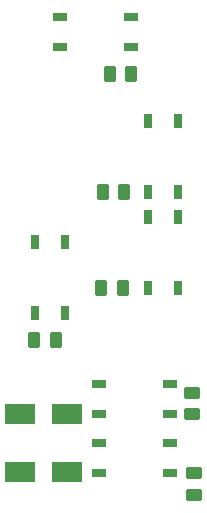
<source format=gbr>
%TF.GenerationSoftware,KiCad,Pcbnew,6.0.5*%
%TF.CreationDate,2022-05-23T21:48:15-04:00*%
%TF.ProjectId,BMS,424d532e-6b69-4636-9164-5f7063625858,rev?*%
%TF.SameCoordinates,Original*%
%TF.FileFunction,Paste,Bot*%
%TF.FilePolarity,Positive*%
%FSLAX46Y46*%
G04 Gerber Fmt 4.6, Leading zero omitted, Abs format (unit mm)*
G04 Created by KiCad (PCBNEW 6.0.5) date 2022-05-23 21:48:15*
%MOMM*%
%LPD*%
G01*
G04 APERTURE LIST*
G04 Aperture macros list*
%AMRoundRect*
0 Rectangle with rounded corners*
0 $1 Rounding radius*
0 $2 $3 $4 $5 $6 $7 $8 $9 X,Y pos of 4 corners*
0 Add a 4 corners polygon primitive as box body*
4,1,4,$2,$3,$4,$5,$6,$7,$8,$9,$2,$3,0*
0 Add four circle primitives for the rounded corners*
1,1,$1+$1,$2,$3*
1,1,$1+$1,$4,$5*
1,1,$1+$1,$6,$7*
1,1,$1+$1,$8,$9*
0 Add four rect primitives between the rounded corners*
20,1,$1+$1,$2,$3,$4,$5,0*
20,1,$1+$1,$4,$5,$6,$7,0*
20,1,$1+$1,$6,$7,$8,$9,0*
20,1,$1+$1,$8,$9,$2,$3,0*%
G04 Aperture macros list end*
%ADD10R,0.800000X1.200000*%
%ADD11R,2.500000X1.800000*%
%ADD12R,1.200000X0.800000*%
%ADD13RoundRect,0.250000X0.262500X0.450000X-0.262500X0.450000X-0.262500X-0.450000X0.262500X-0.450000X0*%
%ADD14RoundRect,0.250000X-0.450000X0.262500X-0.450000X-0.262500X0.450000X-0.262500X0.450000X0.262500X0*%
%ADD15RoundRect,0.250000X-0.262500X-0.450000X0.262500X-0.450000X0.262500X0.450000X-0.262500X0.450000X0*%
%ADD16RoundRect,0.250000X0.450000X-0.262500X0.450000X0.262500X-0.450000X0.262500X-0.450000X-0.262500X0*%
G04 APERTURE END LIST*
D10*
%TO.C,U5*%
X7970000Y-35400000D03*
X5430000Y-35400000D03*
X5430000Y-29400000D03*
X7970000Y-29400000D03*
%TD*%
D11*
%TO.C,D4*%
X4170000Y-48900000D03*
X8170000Y-48900000D03*
%TD*%
%TO.C,D3*%
X4170000Y-44000000D03*
X8170000Y-44000000D03*
%TD*%
D12*
%TO.C,U2*%
X13600000Y-10330000D03*
X13600000Y-12870000D03*
X7600000Y-12870000D03*
X7600000Y-10330000D03*
%TD*%
D13*
%TO.C,R6*%
X12912500Y-33300000D03*
X11087500Y-33300000D03*
%TD*%
D12*
%TO.C,U3*%
X16870000Y-41430000D03*
X16870000Y-43970000D03*
X10870000Y-43970000D03*
X10870000Y-41430000D03*
%TD*%
D14*
%TO.C,R5*%
X18900000Y-48987500D03*
X18900000Y-50812500D03*
%TD*%
D13*
%TO.C,R3*%
X13025000Y-25200000D03*
X11200000Y-25200000D03*
%TD*%
D10*
%TO.C,U4*%
X17570000Y-25200000D03*
X15030000Y-25200000D03*
X15030000Y-19200000D03*
X17570000Y-19200000D03*
%TD*%
%TO.C,U7*%
X17570000Y-33300000D03*
X15030000Y-33300000D03*
X15030000Y-27300000D03*
X17570000Y-27300000D03*
%TD*%
D15*
%TO.C,R4*%
X5387500Y-37700000D03*
X7212500Y-37700000D03*
%TD*%
D13*
%TO.C,R1*%
X13612500Y-15200000D03*
X11787500Y-15200000D03*
%TD*%
D16*
%TO.C,R2*%
X18800000Y-44012500D03*
X18800000Y-42187500D03*
%TD*%
D12*
%TO.C,U6*%
X16870000Y-46430000D03*
X16870000Y-48970000D03*
X10870000Y-48970000D03*
X10870000Y-46430000D03*
%TD*%
M02*

</source>
